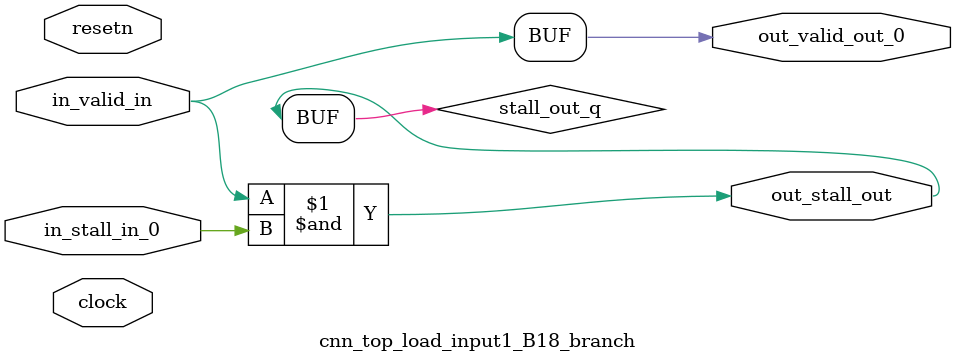
<source format=sv>



(* altera_attribute = "-name AUTO_SHIFT_REGISTER_RECOGNITION OFF; -name MESSAGE_DISABLE 10036; -name MESSAGE_DISABLE 10037; -name MESSAGE_DISABLE 14130; -name MESSAGE_DISABLE 14320; -name MESSAGE_DISABLE 15400; -name MESSAGE_DISABLE 14130; -name MESSAGE_DISABLE 10036; -name MESSAGE_DISABLE 12020; -name MESSAGE_DISABLE 12030; -name MESSAGE_DISABLE 12010; -name MESSAGE_DISABLE 12110; -name MESSAGE_DISABLE 14320; -name MESSAGE_DISABLE 13410; -name MESSAGE_DISABLE 113007; -name MESSAGE_DISABLE 10958" *)
module cnn_top_load_input1_B18_branch (
    input wire [0:0] in_stall_in_0,
    input wire [0:0] in_valid_in,
    output wire [0:0] out_stall_out,
    output wire [0:0] out_valid_out_0,
    input wire clock,
    input wire resetn
    );

    wire [0:0] stall_out_q;


    // stall_out(LOGICAL,6)
    assign stall_out_q = in_valid_in & in_stall_in_0;

    // out_stall_out(GPOUT,4)
    assign out_stall_out = stall_out_q;

    // out_valid_out_0(GPOUT,5)
    assign out_valid_out_0 = in_valid_in;

endmodule

</source>
